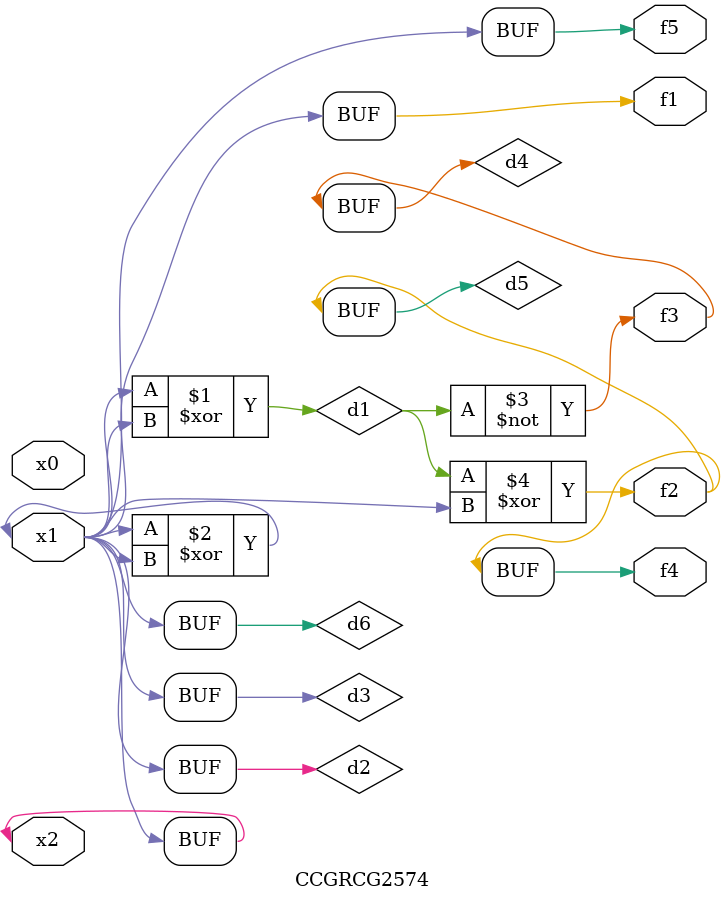
<source format=v>
module CCGRCG2574(
	input x0, x1, x2,
	output f1, f2, f3, f4, f5
);

	wire d1, d2, d3, d4, d5, d6;

	xor (d1, x1, x2);
	buf (d2, x1, x2);
	xor (d3, x1, x2);
	nor (d4, d1);
	xor (d5, d1, d2);
	buf (d6, d2, d3);
	assign f1 = d6;
	assign f2 = d5;
	assign f3 = d4;
	assign f4 = d5;
	assign f5 = d6;
endmodule

</source>
